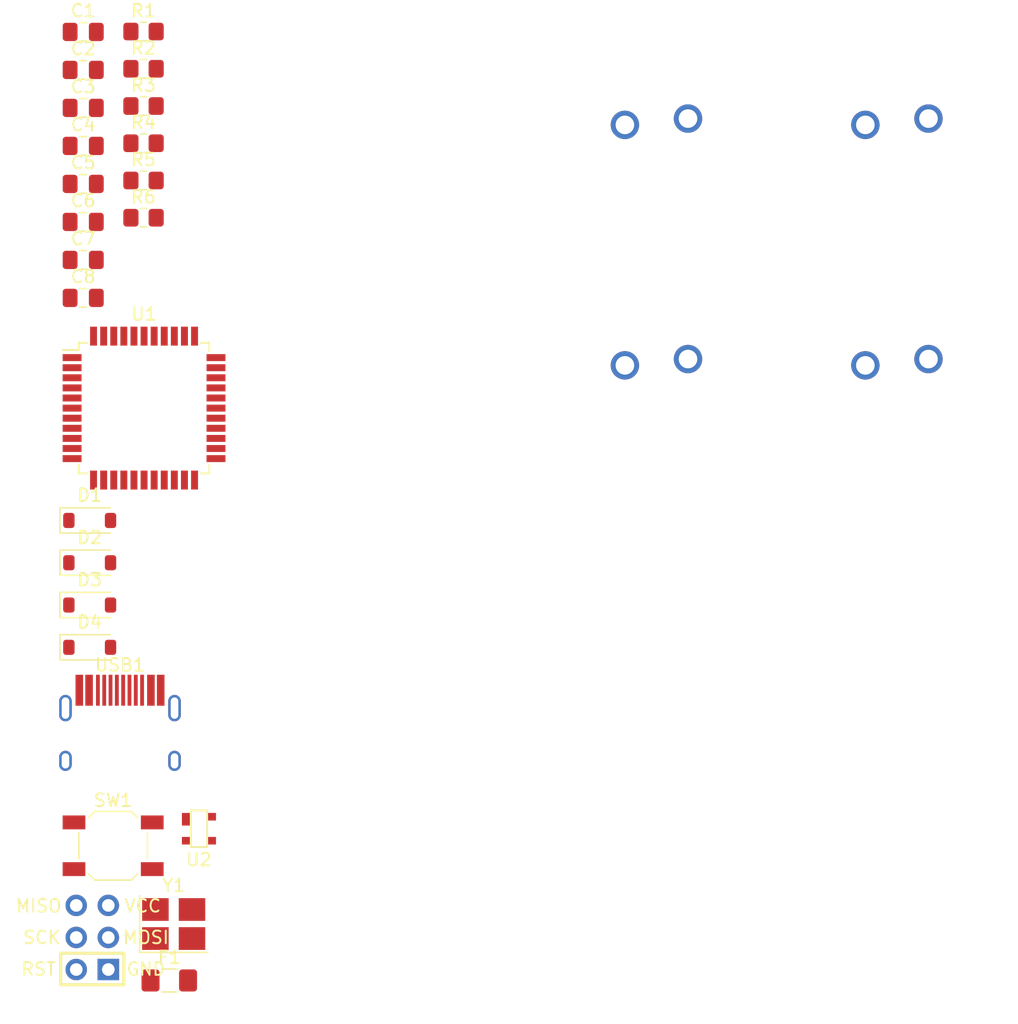
<source format=kicad_pcb>
(kicad_pcb (version 20221018) (generator pcbnew)
  (layers (0 "F.Cu" signal) (31 "B.Cu" signal) (34 "B.Paste" user) (35 "F.Paste" user) (36 "B.SilkS" user "B.Silkscreen") (37 "F.SilkS" user "F.Silkscreen") (38 "B.Mask" user) (39 "F.Mask" user) (44 "Edge.Cuts" user))
  (net 0 "")
  (net 1 "GND")
  (net 2 "Net-(U1-UCAP)")
  (net 3 "XTAL1")
  (net 4 "XTAL2")
  (net 5 "+5V")
  (net 6 "row0")
  (net 7 "Net-(D1-A)")
  (net 8 "Net-(D2-A)")
  (net 9 "row1")
  (net 10 "Net-(D3-A)")
  (net 11 "Net-(D4-A)")
  (net 12 "VCC")
  (net 13 "MISO")
  (net 14 "SCK")
  (net 15 "MOSI")
  (net 16 "RESET")
  (net 17 "Net-(U1-~{HWB}{slash}PE2)")
  (net 18 "Net-(U2-GND)")
  (net 19 "D-")
  (net 20 "D+")
  (net 21 "Net-(U2-VCC)")
  (net 22 "Net-(USB1-CC2)")
  (net 23 "Net-(USB1-CC1)")
  (net 24 "col0")
  (net 25 "col1")
  (footprint "Resistor_SMD:R_0805_2012Metric_Pad1.20x1.40mm_HandSolder" (layer "F.Cu") (at 103.83 51.43)
    (fp_text reference "R4" (at 0 -1.65) (layer "F.SilkS"))
    (fp_text value "22")
    (fp_line (start -0.227064 -0.735) (end 0.227064 -0.735) (stroke (width 0.12)) (layer "F.SilkS"))
    (fp_line (start -0.227064 0.735) (end 0.227064 0.735) (stroke (width 0.12)) (layer "F.SilkS"))
    (pad "1" smd roundrect (at -1 0) (size 1.2 1.4) (layers "F.Cu" "F.Paste" "F.Mask") (roundrect_rratio 0.208333) (net 20 "D+"))
    (pad "2" smd roundrect (at 1 0) (size 1.2 1.4) (layers "F.Cu" "F.Paste" "F.Mask") (roundrect_rratio 0.208333) (net 21 "Net-(U2-VCC)"))
  )
  (footprint "Diode_SMD:D_SOD-123" (layer "F.Cu") (at 99.565 88.01)
    (fp_text reference "D3" (at 0 -2) (layer "F.SilkS"))
    (fp_text value "D")
    (fp_line (start -2.36 -1) (end -2.36 1) (stroke (width 0.12)) (layer "F.SilkS"))
    (fp_line (start -2.36 -1) (end 1.65 -1) (stroke (width 0.12)) (layer "F.SilkS"))
    (fp_line (start -2.36 1) (end 1.65 1) (stroke (width 0.12)) (layer "F.SilkS"))
    (pad "1" smd roundrect (at -1.65 0) (size 0.9 1.2) (layers "F.Cu" "F.Paste" "F.Mask") (net 9 "row1"))
    (pad "2" smd roundrect (at 1.65 0) (size 0.9 1.2) (layers "F.Cu" "F.Paste" "F.Mask") (net 10 "Net-(D3-A)"))
  )
  (footprint "Capacitor_SMD:C_0805_2012Metric_Pad1.18x1.45mm_HandSolder" (layer "F.Cu") (at 99.05 63.68)
    (fp_text reference "C8" (at 0 -1.68) (layer "F.SilkS"))
    (fp_text value "0.1u")
    (fp_line (start -0.261252 -0.735) (end 0.261252 -0.735) (stroke (width 0.12)) (layer "F.SilkS"))
    (fp_line (start -0.261252 0.735) (end 0.261252 0.735) (stroke (width 0.12)) (layer "F.SilkS"))
    (pad "1" smd roundrect (at -1.0375 0) (size 1.175 1.45) (layers "F.Cu" "F.Paste" "F.Mask") (roundrect_rratio 0.212766) (net 5 "+5V"))
    (pad "2" smd roundrect (at 1.0375 0) (size 1.175 1.45) (layers "F.Cu" "F.Paste" "F.Mask") (roundrect_rratio 0.212766) (net 1 "GND"))
  )
  (footprint "Capacitor_SMD:C_0805_2012Metric_Pad1.18x1.45mm_HandSolder" (layer "F.Cu") (at 99.05 48.63)
    (fp_text reference "C3" (at 0 -1.68) (layer "F.SilkS"))
    (fp_text value "22p")
    (fp_line (start -0.261252 -0.735) (end 0.261252 -0.735) (stroke (width 0.12)) (layer "F.SilkS"))
    (fp_line (start -0.261252 0.735) (end 0.261252 0.735) (stroke (width 0.12)) (layer "F.SilkS"))
    (pad "1" smd roundrect (at -1.0375 0) (size 1.175 1.45) (layers "F.Cu" "F.Paste" "F.Mask") (roundrect_rratio 0.212766) (net 4 "XTAL2"))
    (pad "2" smd roundrect (at 1.0375 0) (size 1.175 1.45) (layers "F.Cu" "F.Paste" "F.Mask") (roundrect_rratio 0.212766) (net 1 "GND"))
  )
  (footprint "random-keyboard-parts:SOT143B" (layer "F.Cu") (at 108.22 105.73)
    (fp_text reference "U2" (at 0 2.45) (layer "F.SilkS"))
    (fp_text value "PRTR5V0U2X")
    (fp_line (start -0.65 -1.45) (end -0.65 1.45) (stroke (width 0.15)) (layer "F.SilkS"))
    (fp_line (start -0.65 1.45) (end 0.65 1.45) (stroke (width 0.15)) (layer "F.SilkS"))
    (fp_line (start 0.65 -1.45) (end -0.65 -1.45) (stroke (width 0.15)) (layer "F.SilkS"))
    (fp_line (start 0.65 -1.45) (end 0.65 1.45) (stroke (width 0.15)) (layer "F.SilkS"))
    (pad "1" smd rect (at -1 -0.75 270) (size 1 0.7) (layers "F.Cu" "F.Paste" "F.Mask") (net 18 "Net-(U2-GND)"))
    (pad "2" smd rect (at -1 0.95 270) (size 0.6 0.7) (layers "F.Cu" "F.Paste" "F.Mask") (net 12 "VCC"))
    (pad "3" smd rect (at 1 0.95 270) (size 0.6 0.7) (layers "F.Cu" "F.Paste" "F.Mask") (net 1 "GND"))
    (pad "4" smd rect (at 1 -0.95 270) (size 0.6 0.7) (layers "F.Cu" "F.Paste" "F.Mask") (net 21 "Net-(U2-VCC)"))
  )
  (footprint "Crystal:Crystal_SMD_3225-4Pin_3.2x2.5mm_HandSoldering" (layer "F.Cu") (at 106.22 113.28)
    (fp_text reference "Y1" (at 0 -3.05) (layer "F.SilkS"))
    (fp_text value "Crystal_GND24_Small")
    (fp_line (start -2.7 -2.25) (end -2.7 2.25) (stroke (width 0.12)) (layer "F.SilkS"))
    (fp_line (start -2.7 2.25) (end 2.7 2.25) (stroke (width 0.12)) (layer "F.SilkS"))
    (pad "1" smd rect (at -1.45 1.15) (size 2.1 1.8) (layers "F.Cu" "F.Paste" "F.Mask") (net 3 "XTAL1"))
    (pad "2" smd rect (at 1.45 1.15) (size 2.1 1.8) (layers "F.Cu" "F.Paste" "F.Mask") (net 1 "GND"))
    (pad "3" smd rect (at 1.45 -1.15) (size 2.1 1.8) (layers "F.Cu" "F.Paste" "F.Mask") (net 4 "XTAL2"))
    (pad "4" smd rect (at -1.45 -1.15) (size 2.1 1.8) (layers "F.Cu" "F.Paste" "F.Mask") (net 1 "GND"))
  )
  (footprint "Alps_Only:ALPS-1U" (layer "F.Cu") (at 144.4625 53.975)
    (fp_text reference "SW2")
    (fp_text value "SW_Push")
    (pad "1" thru_hole circle (at -2.5 -4) (size 2.25 2.25) (drill 1.47) (layers "*.Cu" "B.Mask") (net 7 "Net-(D1-A)"))
    (pad "2" thru_hole circle (at 2.5 -4.5) (size 2.25 2.25) (drill 1.47) (layers "*.Cu" "B.Mask") (net 24 "col0"))
  )
  (footprint "Resistor_SMD:R_0805_2012Metric_Pad1.20x1.40mm_HandSolder" (layer "F.Cu") (at 103.83 45.53)
    (fp_text reference "R2" (at 0 -1.65) (layer "F.SilkS"))
    (fp_text value "10k")
    (fp_line (start -0.227064 -0.735) (end 0.227064 -0.735) (stroke (width 0.12)) (layer "F.SilkS"))
    (fp_line (start -0.227064 0.735) (end 0.227064 0.735) (stroke (width 0.12)) (layer "F.SilkS"))
    (pad "1" smd roundrect (at -1 0) (size 1.2 1.4) (layers "F.Cu" "F.Paste" "F.Mask") (roundrect_rratio 0.208333) (net 1 "GND"))
    (pad "2" smd roundrect (at 1 0) (size 1.2 1.4) (layers "F.Cu" "F.Paste" "F.Mask") (roundrect_rratio 0.208333) (net 17 "Net-(U1-~{HWB}{slash}PE2)"))
  )
  (footprint "random-keyboard-parts:Reset_Pretty-Mask" (layer "F.Cu") (at 99.77 114.345)
    (fp_text reference "J1")
    (fp_text value "AVR-ISP-6")
    (fp_text user "VCC" (at 4 -2.5) (layer "F.SilkS"))
    (fp_text user "MOSI" (at 4.25 0) (layer "F.SilkS"))
    (fp_text user "GND" (at 4.25 2.5) (layer "F.SilkS"))
    (fp_text user "RST" (at -4.25 2.5) (layer "F.SilkS"))
    (fp_text user "MISO" (at -4.25 -2.5) (layer "F.SilkS"))
    (fp_text user "SCK" (at -4 0) (layer "F.SilkS"))
    (fp_line (start -2.5 1.25) (end 2.5 1.25) (stroke (width 0.25)) (layer "F.SilkS"))
    (fp_line (start -2.5 3.75) (end -2.5 1.25) (stroke (width 0.25)) (layer "F.SilkS"))
    (fp_line (start 2.5 1.25) (end 2.5 3.75) (stroke (width 0.25)) (layer "F.SilkS"))
    (fp_line (start 2.5 3.75) (end -2.5 3.75) (stroke (width 0.25)) (layer "F.SilkS"))
    (pad "1" thru_hole circle (at -1.27 -2.54) (size 1.7 1.7) (drill 1) (layers "*.Cu" "F.Mask") (net 13 "MISO"))
    (pad "2" thru_hole circle (at 1.27 -2.54) (size 1.7 1.7) (drill 1) (layers "*.Cu" "F.Mask") (net 5 "+5V"))
    (pad "3" thru_hole circle (at -1.27 0) (size 1.7 1.7) (drill 1) (layers "*.Cu" "F.Mask") (net 14 "SCK"))
    (pad "4" thru_hole circle (at 1.27 0) (size 1.7 1.7) (drill 1) (layers "*.Cu" "F.Mask") (net 15 "MOSI"))
    (pad "5" thru_hole circle (at -1.27 2.54) (size 1.7 1.7) (drill 1) (layers "*.Cu" "F.Mask") (net 16 "RESET"))
    (pad "6" thru_hole rect (at 1.27 2.54) (size 1.7 1.7) (drill 1) (layers "*.Cu" "F.Mask") (net 1 "GND"))
  )
  (footprint "Alps_Only:ALPS-1U" (layer "F.Cu") (at 144.4625 73.025)
    (fp_text reference "SW3")
    (fp_text value "SW_Push")
    (pad "1" thru_hole circle (at -2.5 -4) (size 2.25 2.25) (drill 1.47) (layers "*.Cu" "B.Mask") (net 8 "Net-(D2-A)"))
    (pad "2" thru_hole circle (at 2.5 -4.5) (size 2.25 2.25) (drill 1.47) (layers "*.Cu" "B.Mask") (net 25 "col1"))
  )
  (footprint "Resistor_SMD:R_0805_2012Metric_Pad1.20x1.40mm_HandSolder" (layer "F.Cu") (at 103.83 42.58)
    (fp_text reference "R1" (at 0 -1.65) (layer "F.SilkS"))
    (fp_text value "10k")
    (fp_line (start -0.227064 -0.735) (end 0.227064 -0.735) (stroke (width 0.12)) (layer "F.SilkS"))
    (fp_line (start -0.227064 0.735) (end 0.227064 0.735) (stroke (width 0.12)) (layer "F.SilkS"))
    (pad "1" smd roundrect (at -1 0) (size 1.2 1.4) (layers "F.Cu" "F.Paste" "F.Mask") (roundrect_rratio 0.208333) (net 5 "+5V"))
    (pad "2" smd roundrect (at 1 0) (size 1.2 1.4) (layers "F.Cu" "F.Paste" "F.Mask") (roundrect_rratio 0.208333) (net 16 "RESET"))
  )
  (footprint "Type-C:HRO-TYPE-C-31-M-12-HandSoldering" (layer "F.Cu") (at 101.965 102.955)
    (fp_text reference "USB1" (at 0 -10.2) (layer "F.SilkS"))
    (fp_text value "HRO-TYPE-C-31-M-12")
    (pad "" np_thru_hole circle (at -2.89 -6.25) (size 0.65 0.65) (drill 0.65) (layers "*.Cu" "*.Mask"))
    (pad "" np_thru_hole circle (at 2.89 -6.25) (size 0.65 0.65) (drill 0.65) (layers "*.Cu" "*.Mask"))
    (pad "1" smd rect (at -3.225 -8.195) (size 0.6 2.45) (layers "F.Cu" "F.Paste" "F.Mask") (net 1 "GND"))
    (pad "2" smd rect (at -2.45 -8.195) (size 0.6 2.45) (layers "F.Cu" "F.Paste" "F.Mask") (net 12 "VCC"))
    (pad "3" smd rect (at -1.75 -8.195) (size 0.3 2.45) (layers "F.Cu" "F.Paste" "F.Mask"))
    (pad "4" smd rect (at -1.25 -8.195) (size 0.3 2.45) (layers "F.Cu" "F.Paste" "F.Mask") (net 23 "Net-(USB1-CC1)"))
    (pad "5" smd rect (at -0.75 -8.195) (size 0.3 2.45) (layers "F.Cu" "F.Paste" "F.Mask") (net 18 "Net-(U2-GND)"))
    (pad "6" smd rect (at -0.25 -8.195) (size 0.3 2.45) (layers "F.Cu" "F.Paste" "F.Mask") (net 21 "Net-(U2-VCC)"))
    (pad "7" smd rect (at 0.25 -8.195) (size 0.3 2.45) (layers "F.Cu" "F.Paste" "F.Mask") (net 18 "Net-(U2-GND)"))
    (pad "8" smd rect (at 0.75 -8.195) (size 0.3 2.45) (layers "F.Cu" "F.Paste" "F.Mask") (net 21 "Net-(U2-VCC)"))
    (pad "9" smd rect (at 1.25 -8.195) (size 0.3 2.45) (layers "F.Cu" "F.Paste" "F.Mask"))
    (pad "10" smd rect (at 1.75 -8.195) (size 0.3 2.45) (layers "F.Cu" "F.Paste" "F.Mask") (net 22 "Net-(USB1-CC2)"))
    (pad "11" smd rect (at 2.45 -8.195) (size 0.6 2.45) (layers "F.Cu" "F.Paste" "F.Mask") (net 12 "VCC"))
    (pad "12" smd rect (at 3.225 -8.195) (size 0.6 2.45) (layers "F.Cu" "F.Paste" "F.Mask") (net 1 "GND"))
    (pad "13" thru_hole oval (at -4.32 -6.78) (size 1 2.1) (drill oval 0.6 1.7) (layers "*.Cu" "B.Mask") (net 1 "GND"))
    (pad "13" thru_hole oval (at -4.32 -2.6) (size 1 1.6) (drill oval 0.6 1.2) (layers "*.Cu" "B.Mask") (net 1 "GND"))
    (pad "13" thru_hole oval (at 4.32 -6.78) (size 1 2.1) (drill oval 0.6 1.7) (layers "*.Cu" "B.Mask") (net 1 "GND"))
    (pad "13" thru_hole oval (at 4.32 -2.6) (size 1 1.6) (drill oval 0.6 1.2) (layers "*.Cu" "B.Mask") (net 1 "GND"))
  )
  (footprint "Capacitor_SMD:C_0805_2012Metric_Pad1.18x1.45mm_HandSolder" (layer "F.Cu") (at 99.05 42.61)
    (fp_text reference "C1" (at 0 -1.68) (layer "F.SilkS"))
    (fp_text value "1u")
    (fp_line (start -0.261252 -0.735) (end 0.261252 -0.735) (stroke (width 0.12)) (layer "F.SilkS"))
    (fp_line (start -0.261252 0.735) (end 0.261252 0.735) (stroke (width 0.12)) (layer "F.SilkS"))
    (pad "1" smd roundrect (at -1.0375 0) (size 1.175 1.45) (layers "F.Cu" "F.Paste" "F.Mask") (roundrect_rratio 0.212766) (net 1 "GND"))
    (pad "2" smd roundrect (at 1.0375 0) (size 1.175 1.45) (layers "F.Cu" "F.Paste" "F.Mask") (roundrect_rratio 0.212766) (net 2 "Net-(U1-UCAP)"))
  )
  (footprint "Capacitor_SMD:C_0805_2012Metric_Pad1.18x1.45mm_HandSolder" (layer "F.Cu") (at 99.05 51.64)
    (fp_text reference "C4" (at 0 -1.68) (layer "F.SilkS"))
    (fp_text value "0.1u")
    (fp_line (start -0.261252 -0.735) (end 0.261252 -0.735) (stroke (width 0.12)) (layer "F.SilkS"))
    (fp_line (start -0.261252 0.735) (end 0.261252 0.735) (stroke (width 0.12)) (layer "F.SilkS"))
    (pad "1" smd roundrect (at -1.0375 0) (size 1.175 1.45) (layers "F.Cu" "F.Paste" "F.Mask") (roundrect_rratio 0.212766) (net 5 "+5V"))
    (pad "2" smd roundrect (at 1.0375 0) (size 1.175 1.45) (layers "F.Cu" "F.Paste" "F.Mask") (roundrect_rratio 0.212766) (net 1 "GND"))
  )
  (footprint "Diode_SMD:D_SOD-123" (layer "F.Cu") (at 99.565 91.36)
    (fp_text reference "D4" (at 0 -2) (layer "F.SilkS"))
    (fp_text value "D")
    (fp_line (start -2.36 -1) (end -2.36 1) (stroke (width 0.12)) (layer "F.SilkS"))
    (fp_line (start -2.36 -1) (end 1.65 -1) (stroke (width 0.12)) (layer "F.SilkS"))
    (fp_line (start -2.36 1) (end 1.65 1) (stroke (width 0.12)) (layer "F.SilkS"))
    (pad "1" smd roundrect (at -1.65 0) (size 0.9 1.2) (layers "F.Cu" "F.Paste" "F.Mask") (net 9 "row1"))
    (pad "2" smd roundrect (at 1.65 0) (size 0.9 1.2) (layers "F.Cu" "F.Paste" "F.Mask") (net 11 "Net-(D4-A)"))
  )
  (footprint "Button_Switch_SMD:SW_SPST_SKQG_WithStem" (layer "F.Cu") (at 101.42 107.08)
    (fp_text reference "SW1" (at 0 -3.6) (layer "F.SilkS"))
    (fp_text value "SW_Push")
    (fp_line (start -2.72 1.04) (end -2.72 -1.04) (stroke (width 0.12)) (layer "F.SilkS"))
    (fp_line (start -1.45 -2.72) (end -1.94 -2.23) (stroke (width 0.12)) (layer "F.SilkS"))
    (fp_line (start -1.45 -2.72) (end 1.45 -2.72) (stroke (width 0.12)) (layer "F.SilkS"))
    (fp_line (start -1.45 2.72) (end -1.94 2.23) (stroke (width 0.12)) (layer "F.SilkS"))
    (fp_line (start -1.45 2.72) (end 1.45 2.72) (stroke (width 0.12)) (layer "F.SilkS"))
    (fp_line (start 1.45 -2.72) (end 1.94 -2.23) (stroke (width 0.12)) (layer "F.SilkS"))
    (fp_line (start 1.45 2.72) (end 1.94 2.23) (stroke (width 0.12)) (layer "F.SilkS"))
    (fp_line (start 2.72 1.04) (end 2.72 -1.04) (stroke (width 0.12)) (layer "F.SilkS"))
    (pad "1" smd rect (at -3.1 -1.85) (size 1.8 1.1) (layers "F.Cu" "F.Paste" "F.Mask") (net 1 "GND"))
    (pad "1" smd rect (at 3.1 -1.85) (size 1.8 1.1) (layers "F.Cu" "F.Paste" "F.Mask") (net 1 "GND"))
    (pad "2" smd rect (at -3.1 1.85) (size 1.8 1.1) (layers "F.Cu" "F.Paste" "F.Mask") (net 16 "RESET"))
    (pad "2" smd rect (at 3.1 1.85) (size 1.8 1.1) (layers "F.Cu" "F.Paste" "F.Mask") (net 16 "RESET"))
  )
  (footprint "Resistor_SMD:R_0805_2012Metric_Pad1.20x1.40mm_HandSolder" (layer "F.Cu") (at 103.83 54.38)
    (fp_text reference "R5" (at 0 -1.65) (layer "F.SilkS"))
    (fp_text value "5.1k")
    (fp_line (start -0.227064 -0.735) (end 0.227064 -0.735) (stroke (width 0.12)) (layer "F.SilkS"))
    (fp_line (start -0.227064 0.735) (end 0.227064 0.735) (stroke (width 0.12)) (layer "F.SilkS"))
    (pad "1" smd roundrect (at -1 0) (size 1.2 1.4) (layers "F.Cu" "F.Paste" "F.Mask") (roundrect_rratio 0.208333) (net 22 "Net-(USB1-CC2)"))
    (pad "2" smd roundrect (at 1 0) (size 1.2 1.4) (layers "F.Cu" "F.Paste" "F.Mask") (roundrect_rratio 0.208333) (net 1 "GND"))
  )
  (footprint "Alps_Only:ALPS-1U" (layer "F.Cu") (at 163.5125 73.025)
    (fp_text reference "SW4")
    (fp_text value "SW_Push")
    (pad "1" thru_hole circle (at -2.5 -4) (size 2.25 2.25) (drill 1.47) (layers "*.Cu" "B.Mask") (net 10 "Net-(D3-A)"))
    (pad "2" thru_hole circle (at 2.5 -4.5) (size 2.25 2.25) (drill 1.47) (layers "*.Cu" "B.Mask") (net 24 "col0"))
  )
  (footprint "Package_QFP:TQFP-44_10x10mm_P0.8mm" (layer "F.Cu") (at 103.87 72.41)
    (fp_text reference "U1" (at 0 -7.45) (layer "F.SilkS"))
    (fp_text value "ATmega32U4-A")
    (fp_line (start -5.175 -5.175) (end -5.175 -4.6) (stroke (width 0.15)) (layer "F.SilkS"))
    (fp_line (start -5.175 -5.175) (end -4.5 -5.175) (stroke (width 0.15)) (layer "F.SilkS"))
    (fp_line (start -5.175 -4.6) (end -6.45 -4.6) (stroke (width 0.15)) (layer "F.SilkS"))
    (fp_line (start -5.175 5.175) (end -5.175 4.5) (stroke (width 0.15)) (layer "F.SilkS"))
    (fp_line (start -5.175 5.175) (end -4.5 5.175) (stroke (width 0.15)) (layer "F.SilkS"))
    (fp_line (start 5.175 -5.175) (end 4.5 -5.175) (stroke (width 0.15)) (layer "F.SilkS"))
    (fp_line (start 5.175 -5.175) (end 5.175 -4.5) (stroke (width 0.15)) (layer "F.SilkS"))
    (fp_line (start 5.175 5.175) (end 4.5 5.175) (stroke (width 0.15)) (layer "F.SilkS"))
    (fp_line (start 5.175 5.175) (end 5.175 4.5) (stroke (width 0.15)) (layer "F.SilkS"))
    (pad "1" smd rect (at -5.7 -4) (size 1.5 0.55) (layers "F.Cu" "F.Paste" "F.Mask"))
    (pad "2" smd rect (at -5.7 -3.2) (size 1.5 0.55) (layers "F.Cu" "F.Paste" "F.Mask") (net 5 "+5V"))
    (pad "3" smd rect (at -5.7 -2.4) (size 1.5 0.55) (layers "F.Cu" "F.Paste" "F.Mask") (net 19 "D-"))
    (pad "4" smd rect (at -5.7 -1.6) (size 1.5 0.55) (layers "F.Cu" "F.Paste" "F.Mask") (net 20 "D+"))
    (pad "5" smd rect (at -5.7 -0.8) (size 1.5 0.55) (layers "F.Cu" "F.Paste" "F.Mask") (net 1 "GND"))
    (pad "6" smd rect (at -5.7 0) (size 1.5 0.55) (layers "F.Cu" "F.Paste" "F.Mask") (net 2 "Net-(U1-UCAP)"))
    (pad "7" smd rect (at -5.7 0.8) (size 1.5 0.55) (layers "F.Cu" "F.Paste" "F.Mask") (net 5 "+5V"))
    (pad "8" smd rect (at -5.7 1.6) (size 1.5 0.55) (layers "F.Cu" "F.Paste" "F.Mask"))
    (pad "9" smd rect (at -5.7 2.4) (size 1.5 0.55) (layers "F.Cu" "F.Paste" "F.Mask") (net 14 "SCK"))
    (pad "10" smd rect (at -5.7 3.2) (size 1.5 0.55) (layers "F.Cu" "F.Paste" "F.Mask") (net 15 "MOSI"))
    (pad "11" smd rect (at -5.7 4) (size 1.5 0.55) (layers "F.Cu" "F.Paste" "F.Mask") (net 13 "MISO"))
    (pad "12" smd rect (at -4 5.7 90) (size 1.5 0.55) (layers "F.Cu" "F.Paste" "F.Mask"))
    (pad "13" smd rect (at -3.2 5.7 90) (size 1.5 0.55) (layers "F.Cu" "F.Paste" "F.Mask") (net 16 "RESET"))
    (pad "14" smd rect (at -2.4 5.7 90) (size 1.5 0.55) (layers "F.Cu" "F.Paste" "F.Mask") (net 5 "+5V"))
    (pad "15" smd rect (at -1.6 5.7 90) (size 1.5 0.55) (layers "F.Cu" "F.Paste" "F.Mask") (net 1 "GND"))
    (pad "16" smd rect (at -0.8 5.7 90) (size 1.5 0.55) (layers "F.Cu" "F.Paste" "F.Mask") (net 4 "XTAL2"))
    (pad "17" smd rect (at 0 5.7 90) (size 1.5 0.55) (layers "F.Cu" "F.Paste" "F.Mask") (net 3 "XTAL1"))
    (pad "18" smd rect (at 0.8 5.7 90) (size 1.5 0.55) (layers "F.Cu" "F.Paste" "F.Mask"))
    (pad "19" smd rect (at 1.6 5.7 90) (size 1.5 0.55) (layers "F.Cu" "F.Paste" "F.Mask"))
    (pad "20" smd rect (at 2.4 5.7 90) (size 1.5 0.55) (layers "F.Cu" "F.Paste" "F.Mask"))
    (pad "21" smd rect (at 3.2 5.7 90) (size 1.5 0.55) (layers "F.Cu" "F.Paste" "F.Mask"))
    (pad "22" smd rect (at 4 5.7 90) (size 1.5 0.55) (layers "F.Cu" "F.Paste" "F.Mask"))
    (pad "23" smd rect (at 5.7 4) (size 1.5 0.55) (layers "F.Cu" "F.Paste" "F.Mask") (net 1 "GND"))
    (pad "24" smd rect (at 5.7 3.2) (size 1.5 0.55) (layers "F.Cu" "F.Paste" "F.Mask") (net 5 "+5V"))
    (pad "25" smd rect (at 5.7 2.4) (size 1.5 0.55) (layers "F.Cu" "F.Paste" "F.Mask"))
    (pad "26" smd rect (at 5.7 1.6) (size 1.5 0.55) (layers "F.Cu" "F.Paste" "F.Mask"))
    (pad "27" smd rect (at 5.7 0.8) (size 1.5 0.55) (layers "F.Cu" "F.Paste" "F.Mask") (net 9 "row1"))
    (pad "28" smd rect (at 5.7 0) (size 1.5 0.55) (layers "F.Cu" "F.Paste" "F.Mask") (net 24 "col0"))
    (pad "29" smd rect (at 5.7 -0.8) (size 1.5 0.55) (layers "F.Cu" "F.Paste" "F.Mask") (net 25 "col1"))
    (pad "30" smd rect (at 5.7 -1.6) (size 1.5 0.55) (layers "F.Cu" "F.Paste" "F.Mask") (net 6 "row0"))
    (pad "31" smd rect (at 5.7 -2.4) (size 1.5 0.55) (layers "F.Cu" "F.Paste" "F.Mask"))
    (pad "32" smd rect (at 5.7 -3.2) (size 1.5 0.55) (layers "F.Cu" "F.Paste" "F.Mask"))
    (pad "33" smd rect (at 5.7 -4) (size 1.5 0.55) (layers "F.Cu" "F.Paste" "F.Mask") (net 17 "Net-(U1-~{HWB}{slash}PE2)"))
    (pad "34" smd rect (at 4 -5.7 90) (size 1.5 0.55) (layers "F.Cu" "F.Paste" "F.Mask") (net 5 "+5V"))
    (pad "35" smd rect (at 3.2 -5.7 90) (size 1.5 0.55) (layers "F.Cu" "F.Paste" "F.Mask") (net 1 "GND"))
    (pad "36" smd rect (at 2.4 -5.7 90) (size 1.5 0.55) (layers "F.Cu" "F.Paste" "F.Mask"))
    (pad "37" smd rect (at 1.6 -5.7 90) (size 1.5 0.55) (layers "F.Cu" "F.Paste" "F.Mask"))
    (pad "38" smd rect (at 0.8 -5.7 90) (size 1.5 0.55) (layers "F.Cu" "F.Paste" "F.Mask"))
    (pad "39" smd rect (at 0 -5.7 90) (size 1.5 0.55) (layers "F.Cu" "F.Paste" "F.Mask"))
    (pad "40" smd rect (at -0.8 -5.7 90) (size 1.5 0.55) (layers "F.Cu" "F.Paste" "F.Mask"))
    (pad "41" smd rect (at -1.6 -5.7 90) (size 1.5 0.55) (layers "F.Cu" "F.Paste" "F.Mask"))
    (pad "42" smd rect (at -2.4 -5.7 90) (size 1.5 0.55) (layers "F.Cu" "F.Paste" "F.Mask"))
    (pad "43" smd rect (at -3.2 -5.7 90) (size 1.5 0.55) (layers "F.Cu" "F.Paste" "F.Mask") (net 1 "GND"))
    (pad "44" smd rect (at -4 -5.7 90) (size 1.5 0.55) (layers "F.Cu" "F.Paste" "F.Mask") (net 5 "+5V"))
  )
  (footprint "Diode_SMD:D_SOD-123" (layer "F.Cu") (at 99.565 84.66)
    (fp_text reference "D2" (at 0 -2) (layer "F.SilkS"))
    (fp_text value "D")
    (fp_line (start -2.36 -1) (end -2.36 1) (stroke (width 0.12)) (layer "F.SilkS"))
    (fp_line (start -2.36 -1) (end 1.65 -1) (stroke (width 0.12)) (layer "F.SilkS"))
    (fp_line (start -2.36 1) (end 1.65 1) (stroke (width 0.12)) (layer "F.SilkS"))
    (pad "1" smd roundrect (at -1.65 0) (size 0.9 1.2) (layers "F.Cu" "F.Paste" "F.Mask") (net 6 "row0"))
    (pad "2" smd roundrect (at 1.65 0) (size 0.9 1.2) (layers "F.Cu" "F.Paste" "F.Mask") (net 8 "Net-(D2-A)"))
  )
  (footprint "Capacitor_SMD:C_0805_2012Metric_Pad1.18x1.45mm_HandSolder" (layer "F.Cu") (at 99.05 45.62)
    (fp_text reference "C2" (at 0 -1.68) (layer "F.SilkS"))
    (fp_text value "22p")
    (fp_line (start -0.261252 -0.735) (end 0.261252 -0.735) (stroke (width 0.12)) (layer "F.SilkS"))
    (fp_line (start -0.261252 0.735) (end 0.261252 0.735) (stroke (width 0.12)) (layer "F.SilkS"))
    (pad "1" smd roundrect (at -1.0375 0) (size 1.175 1.45) (layers "F.Cu" "F.Paste" "F.Mask") (roundrect_rratio 0.212766) (net 3 "XTAL1"))
    (pad "2" smd roundrect (at 1.0375 0) (size 1.175 1.45) (layers "F.Cu" "F.Paste" "F.Mask") (roundrect_rratio 0.212766) (net 1 "GND"))
  )
  (footprint "Capacitor_SMD:C_0805_2012Metric_Pad1.18x1.45mm_HandSolder" (layer "F.Cu") (at 99.05 54.65)
    (fp_text reference "C5" (at 0 -1.68) (layer "F.SilkS"))
    (fp_text value "0.1u")
    (fp_line (start -0.261252 -0.735) (end 0.261252 -0.735) (stroke (width 0.12)) (layer "F.SilkS"))
    (fp_line (start -0.261252 0.735) (end 0.261252 0.735) (stroke (width 0.12)) (layer "F.SilkS"))
    (pad "1" smd roundrect (at -1.0375 0) (size 1.175 1.45) (layers "F.Cu" "F.Paste" "F.Mask") (roundrect_rratio 0.212766) (net 5 "+5V"))
    (pad "2" smd roundrect (at 1.0375 0) (size 1.175 1.45) (layers "F.Cu" "F.Paste" "F.Mask") (roundrect_rratio 0.212766) (net 1 "GND"))
  )
  (footprint "Resistor_SMD:R_0805_2012Metric_Pad1.20x1.40mm_HandSolder" (layer "F.Cu") (at 103.83 48.48)
    (fp_text reference "R3" (at 0 -1.65) (layer "F.SilkS"))
    (fp_text value "22")
    (fp_line (start -0.227064 -0.735) (end 0.227064 -0.735) (stroke (width 0.12)) (layer "F.SilkS"))
    (fp_line (start -0.227064 0.735) (end 0.227064 0.735) (stroke (width 0.12)) (layer "F.SilkS"))
    (pad "1" smd roundrect (at -1 0) (size 1.2 1.4) (layers "F.Cu" "F.Paste" "F.Mask") (roundrect_rratio 0.208333) (net 18 "Net-(U2-GND)"))
    (pad "2" smd roundrect (at 1 0) (size 1.2 1.4) (layers "F.Cu" "F.Paste" "F.Mask") (roundrect_rratio 0.208333) (net 19 "D-"))
  )
  (footprint "Alps_Only:ALPS-1U" (layer "F.Cu") (at 163.5125 53.975)
    (fp_text reference "SW5")
    (fp_text value "SW_Push")
    (pad "1" thru_hole circle (at -2.5 -4) (size 2.25 2.25) (drill 1.47) (layers "*.Cu" "B.Mask") (net 11 "Net-(D4-A)"))
    (pad "2" thru_hole circle (at 2.5 -4.5) (size 2.25 2.25) (drill 1.47) (layers "*.Cu" "B.Mask") (net 25 "col1"))
  )
  (footprint "Capacitor_SMD:C_0805_2012Metric_Pad1.18x1.45mm_HandSolder" (layer "F.Cu") (at 99.05 60.67)
    (fp_text reference "C7" (at 0 -1.68) (layer "F.SilkS"))
    (fp_text value "0.1u")
    (fp_line (start -0.261252 -0.735) (end 0.261252 -0.735) (stroke (width 0.12)) (layer "F.SilkS"))
    (fp_line (start -0.261252 0.735) (end 0.261252 0.735) (stroke (width 0.12)) (layer "F.SilkS"))
    (pad "1" smd roundrect (at -1.0375 0) (size 1.175 1.45) (layers "F.Cu" "F.Paste" "F.Mask") (roundrect_rratio 0.212766) (net 5 "+5V"))
    (pad "2" smd roundrect (at 1.0375 0) (size 1.175 1.45) (layers "F.Cu" "F.Paste" "F.Mask") (roundrect_rratio 0.212766) (net 1 "GND"))
  )
  (footprint "Resistor_SMD:R_0805_2012Metric_Pad1.20x1.40mm_HandSolder" (layer "F.Cu") (at 103.83 57.33)
    (fp_text reference "R6" (at 0 -1.65) (layer "F.SilkS"))
    (fp_text value "5.1k")
    (fp_line (start -0.227064 -0.735) (end 0.227064 -0.735) (stroke (width 0.12)) (layer "F.SilkS"))
    (fp_line (start -0.227064 0.735) (end 0.227064 0.735) (stroke (width 0.12)) (layer "F.SilkS"))
    (pad "1" smd roundrect (at -1 0) (size 1.2 1.4) (layers "F.Cu" "F.Paste" "F.Mask") (roundrect_rratio 0.208333) (net 23 "Net-(USB1-CC1)"))
    (pad "2" smd roundrect (at 1 0) (size 1.2 1.4) (layers "F.Cu" "F.Paste" "F.Mask") (roundrect_rratio 0.208333) (net 1 "GND"))
  )
  (footprint "Capacitor_SMD:C_0805_2012Metric_Pad1.18x1.45mm_HandSolder" (layer "F.Cu") (at 99.05 57.66)
    (fp_text reference "C6" (at 0 -1.68) (layer "F.SilkS"))
    (fp_text value "0.1u")
    (fp_line (start -0.261252 -0.735) (end 0.261252 -0.735) (stroke (width 0.12)) (layer "F.SilkS"))
    (fp_line (start -0.261252 0.735) (end 0.261252 0.735) (stroke (width 0.12)) (layer "F.SilkS"))
    (pad "1" smd roundrect (at -1.0375 0) (size 1.175 1.45) (layers "F.Cu" "F.Paste" "F.Mask") (roundrect_rratio 0.212766) (net 5 "+5V"))
    (pad "2" smd roundrect (at 1.0375 0) (size 1.175 1.45) (layers "F.Cu" "F.Paste" "F.Mask") (roundrect_rratio 0.212766) (net 1 "GND"))
  )
  (footprint "Fuse:Fuse_1206_3216Metric_Pad1.42x1.75mm_HandSolder" (layer "F.Cu") (at 105.87 117.75)
    (fp_text reference "F1" (at 0 -1.82) (layer "F.SilkS"))
    (fp_text value "500mA")
    (fp_line (start -0.602064 -0.91) (end 0.602064 -0.91) (stroke (width 0.12)) (layer "F.SilkS"))
    (fp_line (start -0.602064 0.91) (end 0.602064 0.91) (stroke (width 0.12)) (layer "F.SilkS"))
    (pad "1" smd roundrect (at -1.4875 0) (size 1.425 1.75) (layers "F.Cu" "F.Paste" "F.Mask") (roundrect_rratio 0.175439) (net 12 "VCC"))
    (pad "2" smd roundrect (at 1.4875 0) (size 1.425 1.75) (layers "F.Cu" "F.Paste" "F.Mask") (roundrect_rratio 0.175439) (net 5 "+5V"))
  )
  (footprint "Diode_SMD:D_SOD-123" (layer "F.Cu") (at 99.565 81.31)
    (fp_text reference "D1" (at 0 -2) (layer "F.SilkS"))
    (fp_text value "D")
    (fp_line (start -2.36 -1) (end -2.36 1) (stroke (width 0.12)) (layer "F.SilkS"))
    (fp_line (start -2.36 -1) (end 1.65 -1) (stroke (width 0.12)) (layer "F.SilkS"))
    (fp_line (start -2.36 1) (end 1.65 1) (stroke (width 0.12)) (layer "F.SilkS"))
    (pad "1" smd roundrect (at -1.65 0) (size 0.9 1.2) (layers "F.Cu" "F.Paste" "F.Mask") (net 6 "row0"))
    (pad "2" smd roundrect (at 1.65 0) (size 0.9 1.2) (layers "F.Cu" "F.Paste" "F.Mask") (net 7 "Net-(D1-A)"))
  )
)
</source>
